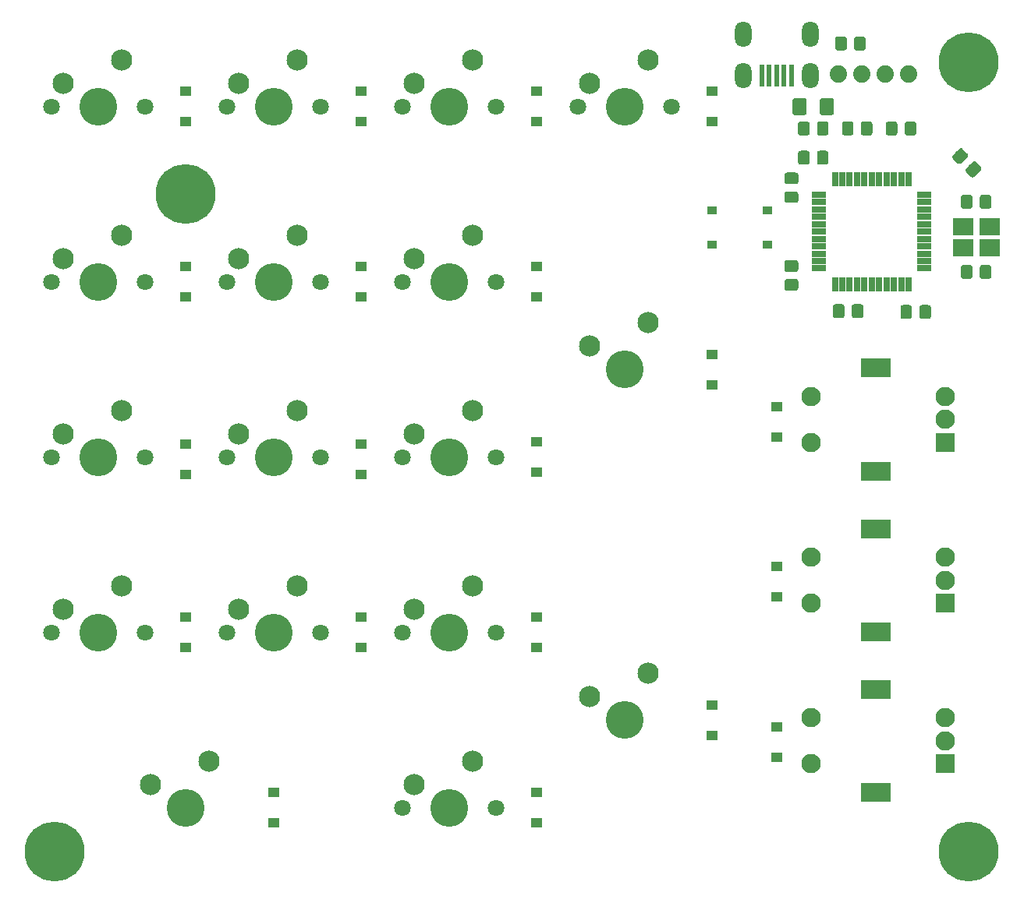
<source format=gbs>
G04 #@! TF.GenerationSoftware,KiCad,Pcbnew,(5.1.4)-1*
G04 #@! TF.CreationDate,2020-08-18T14:14:28-04:00*
G04 #@! TF.ProjectId,my_keyboard,6d795f6b-6579-4626-9f61-72642e6b6963,rev?*
G04 #@! TF.SameCoordinates,Original*
G04 #@! TF.FileFunction,Soldermask,Bot*
G04 #@! TF.FilePolarity,Negative*
%FSLAX46Y46*%
G04 Gerber Fmt 4.6, Leading zero omitted, Abs format (unit mm)*
G04 Created by KiCad (PCBNEW (5.1.4)-1) date 2020-08-18 14:14:28*
%MOMM*%
%LPD*%
G04 APERTURE LIST*
%ADD10C,4.102000*%
%ADD11C,2.302000*%
%ADD12C,0.100000*%
%ADD13C,1.252000*%
%ADD14C,1.880000*%
%ADD15C,1.802000*%
%ADD16C,2.102000*%
%ADD17R,3.302000X2.102000*%
%ADD18R,2.102000X2.102000*%
%ADD19R,1.102000X0.852000*%
%ADD20C,1.527000*%
%ADD21R,0.652000X1.602000*%
%ADD22R,1.602000X0.652000*%
%ADD23R,2.202000X1.902000*%
%ADD24C,0.902000*%
%ADD25C,6.502000*%
%ADD26R,0.602000X2.352000*%
%ADD27O,1.802000X2.802000*%
%ADD28R,1.302000X1.002000*%
G04 APERTURE END LIST*
D10*
X162084000Y-131762000D03*
D11*
X158274000Y-129222000D03*
X164624000Y-126682000D03*
D10*
X162084000Y-93662400D03*
D11*
X158274000Y-91122400D03*
X164624000Y-88582400D03*
D10*
X114458000Y-141287000D03*
D11*
X110648000Y-138747000D03*
X116998000Y-136207000D03*
D12*
G36*
X191443505Y-66719111D02*
G01*
X191469925Y-66723030D01*
X191495835Y-66729520D01*
X191520983Y-66738518D01*
X191545128Y-66749938D01*
X191568038Y-66763669D01*
X191589492Y-66779580D01*
X191609282Y-66797518D01*
X191627220Y-66817308D01*
X191643131Y-66838762D01*
X191656862Y-66861672D01*
X191668282Y-66885817D01*
X191677280Y-66910965D01*
X191683770Y-66936875D01*
X191687689Y-66963295D01*
X191689000Y-66989973D01*
X191689000Y-67947627D01*
X191687689Y-67974305D01*
X191683770Y-68000725D01*
X191677280Y-68026635D01*
X191668282Y-68051783D01*
X191656862Y-68075928D01*
X191643131Y-68098838D01*
X191627220Y-68120292D01*
X191609282Y-68140082D01*
X191589492Y-68158020D01*
X191568038Y-68173931D01*
X191545128Y-68187662D01*
X191520983Y-68199082D01*
X191495835Y-68208080D01*
X191469925Y-68214570D01*
X191443505Y-68218489D01*
X191416827Y-68219800D01*
X190709173Y-68219800D01*
X190682495Y-68218489D01*
X190656075Y-68214570D01*
X190630165Y-68208080D01*
X190605017Y-68199082D01*
X190580872Y-68187662D01*
X190557962Y-68173931D01*
X190536508Y-68158020D01*
X190516718Y-68140082D01*
X190498780Y-68120292D01*
X190482869Y-68098838D01*
X190469138Y-68075928D01*
X190457718Y-68051783D01*
X190448720Y-68026635D01*
X190442230Y-68000725D01*
X190438311Y-67974305D01*
X190437000Y-67947627D01*
X190437000Y-66989973D01*
X190438311Y-66963295D01*
X190442230Y-66936875D01*
X190448720Y-66910965D01*
X190457718Y-66885817D01*
X190469138Y-66861672D01*
X190482869Y-66838762D01*
X190498780Y-66817308D01*
X190516718Y-66797518D01*
X190536508Y-66779580D01*
X190557962Y-66763669D01*
X190580872Y-66749938D01*
X190605017Y-66738518D01*
X190630165Y-66729520D01*
X190656075Y-66723030D01*
X190682495Y-66719111D01*
X190709173Y-66717800D01*
X191416827Y-66717800D01*
X191443505Y-66719111D01*
X191443505Y-66719111D01*
G37*
D13*
X191063000Y-67468800D03*
D12*
G36*
X193493505Y-66719111D02*
G01*
X193519925Y-66723030D01*
X193545835Y-66729520D01*
X193570983Y-66738518D01*
X193595128Y-66749938D01*
X193618038Y-66763669D01*
X193639492Y-66779580D01*
X193659282Y-66797518D01*
X193677220Y-66817308D01*
X193693131Y-66838762D01*
X193706862Y-66861672D01*
X193718282Y-66885817D01*
X193727280Y-66910965D01*
X193733770Y-66936875D01*
X193737689Y-66963295D01*
X193739000Y-66989973D01*
X193739000Y-67947627D01*
X193737689Y-67974305D01*
X193733770Y-68000725D01*
X193727280Y-68026635D01*
X193718282Y-68051783D01*
X193706862Y-68075928D01*
X193693131Y-68098838D01*
X193677220Y-68120292D01*
X193659282Y-68140082D01*
X193639492Y-68158020D01*
X193618038Y-68173931D01*
X193595128Y-68187662D01*
X193570983Y-68199082D01*
X193545835Y-68208080D01*
X193519925Y-68214570D01*
X193493505Y-68218489D01*
X193466827Y-68219800D01*
X192759173Y-68219800D01*
X192732495Y-68218489D01*
X192706075Y-68214570D01*
X192680165Y-68208080D01*
X192655017Y-68199082D01*
X192630872Y-68187662D01*
X192607962Y-68173931D01*
X192586508Y-68158020D01*
X192566718Y-68140082D01*
X192548780Y-68120292D01*
X192532869Y-68098838D01*
X192519138Y-68075928D01*
X192507718Y-68051783D01*
X192498720Y-68026635D01*
X192492230Y-68000725D01*
X192488311Y-67974305D01*
X192487000Y-67947627D01*
X192487000Y-66989973D01*
X192488311Y-66963295D01*
X192492230Y-66936875D01*
X192498720Y-66910965D01*
X192507718Y-66885817D01*
X192519138Y-66861672D01*
X192532869Y-66838762D01*
X192548780Y-66817308D01*
X192566718Y-66797518D01*
X192586508Y-66779580D01*
X192607962Y-66763669D01*
X192630872Y-66749938D01*
X192655017Y-66738518D01*
X192680165Y-66729520D01*
X192706075Y-66723030D01*
X192732495Y-66719111D01*
X192759173Y-66717800D01*
X193466827Y-66717800D01*
X193493505Y-66719111D01*
X193493505Y-66719111D01*
G37*
D13*
X193113000Y-67468800D03*
D14*
X185261000Y-61594900D03*
X187801000Y-61594900D03*
X190341000Y-61594900D03*
X192881000Y-61594900D03*
D15*
X110014000Y-65087400D03*
X99854000Y-65087400D03*
D10*
X104934000Y-65087400D03*
D11*
X101124000Y-62547400D03*
X107474000Y-60007400D03*
X107474000Y-79057400D03*
X101124000Y-81597400D03*
D10*
X104934000Y-84137400D03*
D15*
X99854000Y-84137400D03*
X110014000Y-84137400D03*
X110014000Y-103187400D03*
X99854000Y-103187400D03*
D10*
X104934000Y-103187400D03*
D11*
X101124000Y-100647400D03*
X107474000Y-98107400D03*
X107474000Y-117157000D03*
X101124000Y-119697000D03*
D10*
X104934000Y-122237000D03*
D15*
X99854000Y-122237000D03*
X110014000Y-122237000D03*
D11*
X126524000Y-60007400D03*
X120174000Y-62547400D03*
D10*
X123984000Y-65087400D03*
D15*
X118904000Y-65087400D03*
X129064000Y-65087400D03*
X129064000Y-84137400D03*
X118904000Y-84137400D03*
D10*
X123984000Y-84137400D03*
D11*
X120174000Y-81597400D03*
X126524000Y-79057400D03*
X126524000Y-98107400D03*
X120174000Y-100647400D03*
D10*
X123984000Y-103187400D03*
D15*
X118904000Y-103187400D03*
X129064000Y-103187400D03*
X129064000Y-122237000D03*
X118904000Y-122237000D03*
D10*
X123984000Y-122237000D03*
D11*
X120174000Y-119697000D03*
X126524000Y-117157000D03*
X145574000Y-136207000D03*
X139224000Y-138747000D03*
D10*
X143034000Y-141287000D03*
D15*
X137954000Y-141287000D03*
X148114000Y-141287000D03*
X148114000Y-65087400D03*
X137954000Y-65087400D03*
D10*
X143034000Y-65087400D03*
D11*
X139224000Y-62547400D03*
X145574000Y-60007400D03*
X145574000Y-79057400D03*
X139224000Y-81597400D03*
D10*
X143034000Y-84137400D03*
D15*
X137954000Y-84137400D03*
X148114000Y-84137400D03*
X148114000Y-103187400D03*
X137954000Y-103187400D03*
D10*
X143034000Y-103187400D03*
D11*
X139224000Y-100647400D03*
X145574000Y-98107400D03*
X145574000Y-117157000D03*
X139224000Y-119697000D03*
D10*
X143034000Y-122237000D03*
D15*
X137954000Y-122237000D03*
X148114000Y-122237000D03*
D11*
X164624000Y-60007400D03*
X158274000Y-62547400D03*
D10*
X162084000Y-65087400D03*
D15*
X157004000Y-65087400D03*
X167164000Y-65087400D03*
D16*
X182350000Y-96600000D03*
X182350000Y-101600000D03*
D17*
X189350000Y-93500000D03*
X189350000Y-104700000D03*
D16*
X196850000Y-96600000D03*
X196850000Y-99100000D03*
D18*
X196850000Y-101600000D03*
X196850000Y-136525000D03*
D16*
X196850000Y-134025000D03*
X196850000Y-131525000D03*
D17*
X189350000Y-139625000D03*
X189350000Y-128425000D03*
D16*
X182350000Y-136525000D03*
X182350000Y-131525000D03*
X182350000Y-114062000D03*
X182350000Y-119062000D03*
D17*
X189350000Y-110962000D03*
X189350000Y-122162000D03*
D16*
X196850000Y-114062000D03*
X196850000Y-116562000D03*
D18*
X196850000Y-119062000D03*
D19*
X171600000Y-80079400D03*
X177600000Y-76329400D03*
X177600000Y-80079400D03*
X171600000Y-76329400D03*
D12*
G36*
X195080505Y-86658111D02*
G01*
X195106925Y-86662030D01*
X195132835Y-86668520D01*
X195157983Y-86677518D01*
X195182128Y-86688938D01*
X195205038Y-86702669D01*
X195226492Y-86718580D01*
X195246282Y-86736518D01*
X195264220Y-86756308D01*
X195280131Y-86777762D01*
X195293862Y-86800672D01*
X195305282Y-86824817D01*
X195314280Y-86849965D01*
X195320770Y-86875875D01*
X195324689Y-86902295D01*
X195326000Y-86928973D01*
X195326000Y-87886627D01*
X195324689Y-87913305D01*
X195320770Y-87939725D01*
X195314280Y-87965635D01*
X195305282Y-87990783D01*
X195293862Y-88014928D01*
X195280131Y-88037838D01*
X195264220Y-88059292D01*
X195246282Y-88079082D01*
X195226492Y-88097020D01*
X195205038Y-88112931D01*
X195182128Y-88126662D01*
X195157983Y-88138082D01*
X195132835Y-88147080D01*
X195106925Y-88153570D01*
X195080505Y-88157489D01*
X195053827Y-88158800D01*
X194346173Y-88158800D01*
X194319495Y-88157489D01*
X194293075Y-88153570D01*
X194267165Y-88147080D01*
X194242017Y-88138082D01*
X194217872Y-88126662D01*
X194194962Y-88112931D01*
X194173508Y-88097020D01*
X194153718Y-88079082D01*
X194135780Y-88059292D01*
X194119869Y-88037838D01*
X194106138Y-88014928D01*
X194094718Y-87990783D01*
X194085720Y-87965635D01*
X194079230Y-87939725D01*
X194075311Y-87913305D01*
X194074000Y-87886627D01*
X194074000Y-86928973D01*
X194075311Y-86902295D01*
X194079230Y-86875875D01*
X194085720Y-86849965D01*
X194094718Y-86824817D01*
X194106138Y-86800672D01*
X194119869Y-86777762D01*
X194135780Y-86756308D01*
X194153718Y-86736518D01*
X194173508Y-86718580D01*
X194194962Y-86702669D01*
X194217872Y-86688938D01*
X194242017Y-86677518D01*
X194267165Y-86668520D01*
X194293075Y-86662030D01*
X194319495Y-86658111D01*
X194346173Y-86656800D01*
X195053827Y-86656800D01*
X195080505Y-86658111D01*
X195080505Y-86658111D01*
G37*
D13*
X194700000Y-87407800D03*
D12*
G36*
X193030505Y-86658111D02*
G01*
X193056925Y-86662030D01*
X193082835Y-86668520D01*
X193107983Y-86677518D01*
X193132128Y-86688938D01*
X193155038Y-86702669D01*
X193176492Y-86718580D01*
X193196282Y-86736518D01*
X193214220Y-86756308D01*
X193230131Y-86777762D01*
X193243862Y-86800672D01*
X193255282Y-86824817D01*
X193264280Y-86849965D01*
X193270770Y-86875875D01*
X193274689Y-86902295D01*
X193276000Y-86928973D01*
X193276000Y-87886627D01*
X193274689Y-87913305D01*
X193270770Y-87939725D01*
X193264280Y-87965635D01*
X193255282Y-87990783D01*
X193243862Y-88014928D01*
X193230131Y-88037838D01*
X193214220Y-88059292D01*
X193196282Y-88079082D01*
X193176492Y-88097020D01*
X193155038Y-88112931D01*
X193132128Y-88126662D01*
X193107983Y-88138082D01*
X193082835Y-88147080D01*
X193056925Y-88153570D01*
X193030505Y-88157489D01*
X193003827Y-88158800D01*
X192296173Y-88158800D01*
X192269495Y-88157489D01*
X192243075Y-88153570D01*
X192217165Y-88147080D01*
X192192017Y-88138082D01*
X192167872Y-88126662D01*
X192144962Y-88112931D01*
X192123508Y-88097020D01*
X192103718Y-88079082D01*
X192085780Y-88059292D01*
X192069869Y-88037838D01*
X192056138Y-88014928D01*
X192044718Y-87990783D01*
X192035720Y-87965635D01*
X192029230Y-87939725D01*
X192025311Y-87913305D01*
X192024000Y-87886627D01*
X192024000Y-86928973D01*
X192025311Y-86902295D01*
X192029230Y-86875875D01*
X192035720Y-86849965D01*
X192044718Y-86824817D01*
X192056138Y-86800672D01*
X192069869Y-86777762D01*
X192085780Y-86756308D01*
X192103718Y-86736518D01*
X192123508Y-86718580D01*
X192144962Y-86702669D01*
X192167872Y-86688938D01*
X192192017Y-86677518D01*
X192217165Y-86668520D01*
X192243075Y-86662030D01*
X192269495Y-86658111D01*
X192296173Y-86656800D01*
X193003827Y-86656800D01*
X193030505Y-86658111D01*
X193030505Y-86658111D01*
G37*
D13*
X192650000Y-87407800D03*
D12*
G36*
X180686505Y-81789311D02*
G01*
X180712925Y-81793230D01*
X180738835Y-81799720D01*
X180763983Y-81808718D01*
X180788128Y-81820138D01*
X180811038Y-81833869D01*
X180832492Y-81849780D01*
X180852282Y-81867718D01*
X180870220Y-81887508D01*
X180886131Y-81908962D01*
X180899862Y-81931872D01*
X180911282Y-81956017D01*
X180920280Y-81981165D01*
X180926770Y-82007075D01*
X180930689Y-82033495D01*
X180932000Y-82060173D01*
X180932000Y-82767827D01*
X180930689Y-82794505D01*
X180926770Y-82820925D01*
X180920280Y-82846835D01*
X180911282Y-82871983D01*
X180899862Y-82896128D01*
X180886131Y-82919038D01*
X180870220Y-82940492D01*
X180852282Y-82960282D01*
X180832492Y-82978220D01*
X180811038Y-82994131D01*
X180788128Y-83007862D01*
X180763983Y-83019282D01*
X180738835Y-83028280D01*
X180712925Y-83034770D01*
X180686505Y-83038689D01*
X180659827Y-83040000D01*
X179702173Y-83040000D01*
X179675495Y-83038689D01*
X179649075Y-83034770D01*
X179623165Y-83028280D01*
X179598017Y-83019282D01*
X179573872Y-83007862D01*
X179550962Y-82994131D01*
X179529508Y-82978220D01*
X179509718Y-82960282D01*
X179491780Y-82940492D01*
X179475869Y-82919038D01*
X179462138Y-82896128D01*
X179450718Y-82871983D01*
X179441720Y-82846835D01*
X179435230Y-82820925D01*
X179431311Y-82794505D01*
X179430000Y-82767827D01*
X179430000Y-82060173D01*
X179431311Y-82033495D01*
X179435230Y-82007075D01*
X179441720Y-81981165D01*
X179450718Y-81956017D01*
X179462138Y-81931872D01*
X179475869Y-81908962D01*
X179491780Y-81887508D01*
X179509718Y-81867718D01*
X179529508Y-81849780D01*
X179550962Y-81833869D01*
X179573872Y-81820138D01*
X179598017Y-81808718D01*
X179623165Y-81799720D01*
X179649075Y-81793230D01*
X179675495Y-81789311D01*
X179702173Y-81788000D01*
X180659827Y-81788000D01*
X180686505Y-81789311D01*
X180686505Y-81789311D01*
G37*
D13*
X180181000Y-82414000D03*
D12*
G36*
X180686505Y-83839311D02*
G01*
X180712925Y-83843230D01*
X180738835Y-83849720D01*
X180763983Y-83858718D01*
X180788128Y-83870138D01*
X180811038Y-83883869D01*
X180832492Y-83899780D01*
X180852282Y-83917718D01*
X180870220Y-83937508D01*
X180886131Y-83958962D01*
X180899862Y-83981872D01*
X180911282Y-84006017D01*
X180920280Y-84031165D01*
X180926770Y-84057075D01*
X180930689Y-84083495D01*
X180932000Y-84110173D01*
X180932000Y-84817827D01*
X180930689Y-84844505D01*
X180926770Y-84870925D01*
X180920280Y-84896835D01*
X180911282Y-84921983D01*
X180899862Y-84946128D01*
X180886131Y-84969038D01*
X180870220Y-84990492D01*
X180852282Y-85010282D01*
X180832492Y-85028220D01*
X180811038Y-85044131D01*
X180788128Y-85057862D01*
X180763983Y-85069282D01*
X180738835Y-85078280D01*
X180712925Y-85084770D01*
X180686505Y-85088689D01*
X180659827Y-85090000D01*
X179702173Y-85090000D01*
X179675495Y-85088689D01*
X179649075Y-85084770D01*
X179623165Y-85078280D01*
X179598017Y-85069282D01*
X179573872Y-85057862D01*
X179550962Y-85044131D01*
X179529508Y-85028220D01*
X179509718Y-85010282D01*
X179491780Y-84990492D01*
X179475869Y-84969038D01*
X179462138Y-84946128D01*
X179450718Y-84921983D01*
X179441720Y-84896835D01*
X179435230Y-84870925D01*
X179431311Y-84844505D01*
X179430000Y-84817827D01*
X179430000Y-84110173D01*
X179431311Y-84083495D01*
X179435230Y-84057075D01*
X179441720Y-84031165D01*
X179450718Y-84006017D01*
X179462138Y-83981872D01*
X179475869Y-83958962D01*
X179491780Y-83937508D01*
X179509718Y-83917718D01*
X179529508Y-83899780D01*
X179550962Y-83883869D01*
X179573872Y-83870138D01*
X179598017Y-83858718D01*
X179623165Y-83849720D01*
X179649075Y-83843230D01*
X179675495Y-83839311D01*
X179702173Y-83838000D01*
X180659827Y-83838000D01*
X180686505Y-83839311D01*
X180686505Y-83839311D01*
G37*
D13*
X180181000Y-84464000D03*
D12*
G36*
X180686505Y-72264311D02*
G01*
X180712925Y-72268230D01*
X180738835Y-72274720D01*
X180763983Y-72283718D01*
X180788128Y-72295138D01*
X180811038Y-72308869D01*
X180832492Y-72324780D01*
X180852282Y-72342718D01*
X180870220Y-72362508D01*
X180886131Y-72383962D01*
X180899862Y-72406872D01*
X180911282Y-72431017D01*
X180920280Y-72456165D01*
X180926770Y-72482075D01*
X180930689Y-72508495D01*
X180932000Y-72535173D01*
X180932000Y-73242827D01*
X180930689Y-73269505D01*
X180926770Y-73295925D01*
X180920280Y-73321835D01*
X180911282Y-73346983D01*
X180899862Y-73371128D01*
X180886131Y-73394038D01*
X180870220Y-73415492D01*
X180852282Y-73435282D01*
X180832492Y-73453220D01*
X180811038Y-73469131D01*
X180788128Y-73482862D01*
X180763983Y-73494282D01*
X180738835Y-73503280D01*
X180712925Y-73509770D01*
X180686505Y-73513689D01*
X180659827Y-73515000D01*
X179702173Y-73515000D01*
X179675495Y-73513689D01*
X179649075Y-73509770D01*
X179623165Y-73503280D01*
X179598017Y-73494282D01*
X179573872Y-73482862D01*
X179550962Y-73469131D01*
X179529508Y-73453220D01*
X179509718Y-73435282D01*
X179491780Y-73415492D01*
X179475869Y-73394038D01*
X179462138Y-73371128D01*
X179450718Y-73346983D01*
X179441720Y-73321835D01*
X179435230Y-73295925D01*
X179431311Y-73269505D01*
X179430000Y-73242827D01*
X179430000Y-72535173D01*
X179431311Y-72508495D01*
X179435230Y-72482075D01*
X179441720Y-72456165D01*
X179450718Y-72431017D01*
X179462138Y-72406872D01*
X179475869Y-72383962D01*
X179491780Y-72362508D01*
X179509718Y-72342718D01*
X179529508Y-72324780D01*
X179550962Y-72308869D01*
X179573872Y-72295138D01*
X179598017Y-72283718D01*
X179623165Y-72274720D01*
X179649075Y-72268230D01*
X179675495Y-72264311D01*
X179702173Y-72263000D01*
X180659827Y-72263000D01*
X180686505Y-72264311D01*
X180686505Y-72264311D01*
G37*
D13*
X180181000Y-72889000D03*
D12*
G36*
X180686505Y-74314311D02*
G01*
X180712925Y-74318230D01*
X180738835Y-74324720D01*
X180763983Y-74333718D01*
X180788128Y-74345138D01*
X180811038Y-74358869D01*
X180832492Y-74374780D01*
X180852282Y-74392718D01*
X180870220Y-74412508D01*
X180886131Y-74433962D01*
X180899862Y-74456872D01*
X180911282Y-74481017D01*
X180920280Y-74506165D01*
X180926770Y-74532075D01*
X180930689Y-74558495D01*
X180932000Y-74585173D01*
X180932000Y-75292827D01*
X180930689Y-75319505D01*
X180926770Y-75345925D01*
X180920280Y-75371835D01*
X180911282Y-75396983D01*
X180899862Y-75421128D01*
X180886131Y-75444038D01*
X180870220Y-75465492D01*
X180852282Y-75485282D01*
X180832492Y-75503220D01*
X180811038Y-75519131D01*
X180788128Y-75532862D01*
X180763983Y-75544282D01*
X180738835Y-75553280D01*
X180712925Y-75559770D01*
X180686505Y-75563689D01*
X180659827Y-75565000D01*
X179702173Y-75565000D01*
X179675495Y-75563689D01*
X179649075Y-75559770D01*
X179623165Y-75553280D01*
X179598017Y-75544282D01*
X179573872Y-75532862D01*
X179550962Y-75519131D01*
X179529508Y-75503220D01*
X179509718Y-75485282D01*
X179491780Y-75465492D01*
X179475869Y-75444038D01*
X179462138Y-75421128D01*
X179450718Y-75396983D01*
X179441720Y-75371835D01*
X179435230Y-75345925D01*
X179431311Y-75319505D01*
X179430000Y-75292827D01*
X179430000Y-74585173D01*
X179431311Y-74558495D01*
X179435230Y-74532075D01*
X179441720Y-74506165D01*
X179450718Y-74481017D01*
X179462138Y-74456872D01*
X179475869Y-74433962D01*
X179491780Y-74412508D01*
X179509718Y-74392718D01*
X179529508Y-74374780D01*
X179550962Y-74358869D01*
X179573872Y-74345138D01*
X179598017Y-74333718D01*
X179623165Y-74324720D01*
X179649075Y-74318230D01*
X179675495Y-74314311D01*
X179702173Y-74313000D01*
X180659827Y-74313000D01*
X180686505Y-74314311D01*
X180686505Y-74314311D01*
G37*
D13*
X180181000Y-74939000D03*
D12*
G36*
X199603505Y-82308411D02*
G01*
X199629925Y-82312330D01*
X199655835Y-82318820D01*
X199680983Y-82327818D01*
X199705128Y-82339238D01*
X199728038Y-82352969D01*
X199749492Y-82368880D01*
X199769282Y-82386818D01*
X199787220Y-82406608D01*
X199803131Y-82428062D01*
X199816862Y-82450972D01*
X199828282Y-82475117D01*
X199837280Y-82500265D01*
X199843770Y-82526175D01*
X199847689Y-82552595D01*
X199849000Y-82579273D01*
X199849000Y-83536927D01*
X199847689Y-83563605D01*
X199843770Y-83590025D01*
X199837280Y-83615935D01*
X199828282Y-83641083D01*
X199816862Y-83665228D01*
X199803131Y-83688138D01*
X199787220Y-83709592D01*
X199769282Y-83729382D01*
X199749492Y-83747320D01*
X199728038Y-83763231D01*
X199705128Y-83776962D01*
X199680983Y-83788382D01*
X199655835Y-83797380D01*
X199629925Y-83803870D01*
X199603505Y-83807789D01*
X199576827Y-83809100D01*
X198869173Y-83809100D01*
X198842495Y-83807789D01*
X198816075Y-83803870D01*
X198790165Y-83797380D01*
X198765017Y-83788382D01*
X198740872Y-83776962D01*
X198717962Y-83763231D01*
X198696508Y-83747320D01*
X198676718Y-83729382D01*
X198658780Y-83709592D01*
X198642869Y-83688138D01*
X198629138Y-83665228D01*
X198617718Y-83641083D01*
X198608720Y-83615935D01*
X198602230Y-83590025D01*
X198598311Y-83563605D01*
X198597000Y-83536927D01*
X198597000Y-82579273D01*
X198598311Y-82552595D01*
X198602230Y-82526175D01*
X198608720Y-82500265D01*
X198617718Y-82475117D01*
X198629138Y-82450972D01*
X198642869Y-82428062D01*
X198658780Y-82406608D01*
X198676718Y-82386818D01*
X198696508Y-82368880D01*
X198717962Y-82352969D01*
X198740872Y-82339238D01*
X198765017Y-82327818D01*
X198790165Y-82318820D01*
X198816075Y-82312330D01*
X198842495Y-82308411D01*
X198869173Y-82307100D01*
X199576827Y-82307100D01*
X199603505Y-82308411D01*
X199603505Y-82308411D01*
G37*
D13*
X199223000Y-83058100D03*
D12*
G36*
X201653505Y-82308411D02*
G01*
X201679925Y-82312330D01*
X201705835Y-82318820D01*
X201730983Y-82327818D01*
X201755128Y-82339238D01*
X201778038Y-82352969D01*
X201799492Y-82368880D01*
X201819282Y-82386818D01*
X201837220Y-82406608D01*
X201853131Y-82428062D01*
X201866862Y-82450972D01*
X201878282Y-82475117D01*
X201887280Y-82500265D01*
X201893770Y-82526175D01*
X201897689Y-82552595D01*
X201899000Y-82579273D01*
X201899000Y-83536927D01*
X201897689Y-83563605D01*
X201893770Y-83590025D01*
X201887280Y-83615935D01*
X201878282Y-83641083D01*
X201866862Y-83665228D01*
X201853131Y-83688138D01*
X201837220Y-83709592D01*
X201819282Y-83729382D01*
X201799492Y-83747320D01*
X201778038Y-83763231D01*
X201755128Y-83776962D01*
X201730983Y-83788382D01*
X201705835Y-83797380D01*
X201679925Y-83803870D01*
X201653505Y-83807789D01*
X201626827Y-83809100D01*
X200919173Y-83809100D01*
X200892495Y-83807789D01*
X200866075Y-83803870D01*
X200840165Y-83797380D01*
X200815017Y-83788382D01*
X200790872Y-83776962D01*
X200767962Y-83763231D01*
X200746508Y-83747320D01*
X200726718Y-83729382D01*
X200708780Y-83709592D01*
X200692869Y-83688138D01*
X200679138Y-83665228D01*
X200667718Y-83641083D01*
X200658720Y-83615935D01*
X200652230Y-83590025D01*
X200648311Y-83563605D01*
X200647000Y-83536927D01*
X200647000Y-82579273D01*
X200648311Y-82552595D01*
X200652230Y-82526175D01*
X200658720Y-82500265D01*
X200667718Y-82475117D01*
X200679138Y-82450972D01*
X200692869Y-82428062D01*
X200708780Y-82406608D01*
X200726718Y-82386818D01*
X200746508Y-82368880D01*
X200767962Y-82352969D01*
X200790872Y-82339238D01*
X200815017Y-82327818D01*
X200840165Y-82318820D01*
X200866075Y-82312330D01*
X200892495Y-82308411D01*
X200919173Y-82307100D01*
X201626827Y-82307100D01*
X201653505Y-82308411D01*
X201653505Y-82308411D01*
G37*
D13*
X201273000Y-83058100D03*
D12*
G36*
X199603505Y-74688411D02*
G01*
X199629925Y-74692330D01*
X199655835Y-74698820D01*
X199680983Y-74707818D01*
X199705128Y-74719238D01*
X199728038Y-74732969D01*
X199749492Y-74748880D01*
X199769282Y-74766818D01*
X199787220Y-74786608D01*
X199803131Y-74808062D01*
X199816862Y-74830972D01*
X199828282Y-74855117D01*
X199837280Y-74880265D01*
X199843770Y-74906175D01*
X199847689Y-74932595D01*
X199849000Y-74959273D01*
X199849000Y-75916927D01*
X199847689Y-75943605D01*
X199843770Y-75970025D01*
X199837280Y-75995935D01*
X199828282Y-76021083D01*
X199816862Y-76045228D01*
X199803131Y-76068138D01*
X199787220Y-76089592D01*
X199769282Y-76109382D01*
X199749492Y-76127320D01*
X199728038Y-76143231D01*
X199705128Y-76156962D01*
X199680983Y-76168382D01*
X199655835Y-76177380D01*
X199629925Y-76183870D01*
X199603505Y-76187789D01*
X199576827Y-76189100D01*
X198869173Y-76189100D01*
X198842495Y-76187789D01*
X198816075Y-76183870D01*
X198790165Y-76177380D01*
X198765017Y-76168382D01*
X198740872Y-76156962D01*
X198717962Y-76143231D01*
X198696508Y-76127320D01*
X198676718Y-76109382D01*
X198658780Y-76089592D01*
X198642869Y-76068138D01*
X198629138Y-76045228D01*
X198617718Y-76021083D01*
X198608720Y-75995935D01*
X198602230Y-75970025D01*
X198598311Y-75943605D01*
X198597000Y-75916927D01*
X198597000Y-74959273D01*
X198598311Y-74932595D01*
X198602230Y-74906175D01*
X198608720Y-74880265D01*
X198617718Y-74855117D01*
X198629138Y-74830972D01*
X198642869Y-74808062D01*
X198658780Y-74786608D01*
X198676718Y-74766818D01*
X198696508Y-74748880D01*
X198717962Y-74732969D01*
X198740872Y-74719238D01*
X198765017Y-74707818D01*
X198790165Y-74698820D01*
X198816075Y-74692330D01*
X198842495Y-74688411D01*
X198869173Y-74687100D01*
X199576827Y-74687100D01*
X199603505Y-74688411D01*
X199603505Y-74688411D01*
G37*
D13*
X199223000Y-75438100D03*
D12*
G36*
X201653505Y-74688411D02*
G01*
X201679925Y-74692330D01*
X201705835Y-74698820D01*
X201730983Y-74707818D01*
X201755128Y-74719238D01*
X201778038Y-74732969D01*
X201799492Y-74748880D01*
X201819282Y-74766818D01*
X201837220Y-74786608D01*
X201853131Y-74808062D01*
X201866862Y-74830972D01*
X201878282Y-74855117D01*
X201887280Y-74880265D01*
X201893770Y-74906175D01*
X201897689Y-74932595D01*
X201899000Y-74959273D01*
X201899000Y-75916927D01*
X201897689Y-75943605D01*
X201893770Y-75970025D01*
X201887280Y-75995935D01*
X201878282Y-76021083D01*
X201866862Y-76045228D01*
X201853131Y-76068138D01*
X201837220Y-76089592D01*
X201819282Y-76109382D01*
X201799492Y-76127320D01*
X201778038Y-76143231D01*
X201755128Y-76156962D01*
X201730983Y-76168382D01*
X201705835Y-76177380D01*
X201679925Y-76183870D01*
X201653505Y-76187789D01*
X201626827Y-76189100D01*
X200919173Y-76189100D01*
X200892495Y-76187789D01*
X200866075Y-76183870D01*
X200840165Y-76177380D01*
X200815017Y-76168382D01*
X200790872Y-76156962D01*
X200767962Y-76143231D01*
X200746508Y-76127320D01*
X200726718Y-76109382D01*
X200708780Y-76089592D01*
X200692869Y-76068138D01*
X200679138Y-76045228D01*
X200667718Y-76021083D01*
X200658720Y-75995935D01*
X200652230Y-75970025D01*
X200648311Y-75943605D01*
X200647000Y-75916927D01*
X200647000Y-74959273D01*
X200648311Y-74932595D01*
X200652230Y-74906175D01*
X200658720Y-74880265D01*
X200667718Y-74855117D01*
X200679138Y-74830972D01*
X200692869Y-74808062D01*
X200708780Y-74786608D01*
X200726718Y-74766818D01*
X200746508Y-74748880D01*
X200767962Y-74732969D01*
X200790872Y-74719238D01*
X200815017Y-74707818D01*
X200840165Y-74698820D01*
X200866075Y-74692330D01*
X200892495Y-74688411D01*
X200919173Y-74687100D01*
X201626827Y-74687100D01*
X201653505Y-74688411D01*
X201653505Y-74688411D01*
G37*
D13*
X201273000Y-75438100D03*
D12*
G36*
X186680505Y-66719111D02*
G01*
X186706925Y-66723030D01*
X186732835Y-66729520D01*
X186757983Y-66738518D01*
X186782128Y-66749938D01*
X186805038Y-66763669D01*
X186826492Y-66779580D01*
X186846282Y-66797518D01*
X186864220Y-66817308D01*
X186880131Y-66838762D01*
X186893862Y-66861672D01*
X186905282Y-66885817D01*
X186914280Y-66910965D01*
X186920770Y-66936875D01*
X186924689Y-66963295D01*
X186926000Y-66989973D01*
X186926000Y-67947627D01*
X186924689Y-67974305D01*
X186920770Y-68000725D01*
X186914280Y-68026635D01*
X186905282Y-68051783D01*
X186893862Y-68075928D01*
X186880131Y-68098838D01*
X186864220Y-68120292D01*
X186846282Y-68140082D01*
X186826492Y-68158020D01*
X186805038Y-68173931D01*
X186782128Y-68187662D01*
X186757983Y-68199082D01*
X186732835Y-68208080D01*
X186706925Y-68214570D01*
X186680505Y-68218489D01*
X186653827Y-68219800D01*
X185946173Y-68219800D01*
X185919495Y-68218489D01*
X185893075Y-68214570D01*
X185867165Y-68208080D01*
X185842017Y-68199082D01*
X185817872Y-68187662D01*
X185794962Y-68173931D01*
X185773508Y-68158020D01*
X185753718Y-68140082D01*
X185735780Y-68120292D01*
X185719869Y-68098838D01*
X185706138Y-68075928D01*
X185694718Y-68051783D01*
X185685720Y-68026635D01*
X185679230Y-68000725D01*
X185675311Y-67974305D01*
X185674000Y-67947627D01*
X185674000Y-66989973D01*
X185675311Y-66963295D01*
X185679230Y-66936875D01*
X185685720Y-66910965D01*
X185694718Y-66885817D01*
X185706138Y-66861672D01*
X185719869Y-66838762D01*
X185735780Y-66817308D01*
X185753718Y-66797518D01*
X185773508Y-66779580D01*
X185794962Y-66763669D01*
X185817872Y-66749938D01*
X185842017Y-66738518D01*
X185867165Y-66729520D01*
X185893075Y-66723030D01*
X185919495Y-66719111D01*
X185946173Y-66717800D01*
X186653827Y-66717800D01*
X186680505Y-66719111D01*
X186680505Y-66719111D01*
G37*
D13*
X186300000Y-67468800D03*
D12*
G36*
X188730505Y-66719111D02*
G01*
X188756925Y-66723030D01*
X188782835Y-66729520D01*
X188807983Y-66738518D01*
X188832128Y-66749938D01*
X188855038Y-66763669D01*
X188876492Y-66779580D01*
X188896282Y-66797518D01*
X188914220Y-66817308D01*
X188930131Y-66838762D01*
X188943862Y-66861672D01*
X188955282Y-66885817D01*
X188964280Y-66910965D01*
X188970770Y-66936875D01*
X188974689Y-66963295D01*
X188976000Y-66989973D01*
X188976000Y-67947627D01*
X188974689Y-67974305D01*
X188970770Y-68000725D01*
X188964280Y-68026635D01*
X188955282Y-68051783D01*
X188943862Y-68075928D01*
X188930131Y-68098838D01*
X188914220Y-68120292D01*
X188896282Y-68140082D01*
X188876492Y-68158020D01*
X188855038Y-68173931D01*
X188832128Y-68187662D01*
X188807983Y-68199082D01*
X188782835Y-68208080D01*
X188756925Y-68214570D01*
X188730505Y-68218489D01*
X188703827Y-68219800D01*
X187996173Y-68219800D01*
X187969495Y-68218489D01*
X187943075Y-68214570D01*
X187917165Y-68208080D01*
X187892017Y-68199082D01*
X187867872Y-68187662D01*
X187844962Y-68173931D01*
X187823508Y-68158020D01*
X187803718Y-68140082D01*
X187785780Y-68120292D01*
X187769869Y-68098838D01*
X187756138Y-68075928D01*
X187744718Y-68051783D01*
X187735720Y-68026635D01*
X187729230Y-68000725D01*
X187725311Y-67974305D01*
X187724000Y-67947627D01*
X187724000Y-66989973D01*
X187725311Y-66963295D01*
X187729230Y-66936875D01*
X187735720Y-66910965D01*
X187744718Y-66885817D01*
X187756138Y-66861672D01*
X187769869Y-66838762D01*
X187785780Y-66817308D01*
X187803718Y-66797518D01*
X187823508Y-66779580D01*
X187844962Y-66763669D01*
X187867872Y-66749938D01*
X187892017Y-66738518D01*
X187917165Y-66729520D01*
X187943075Y-66723030D01*
X187969495Y-66719111D01*
X187996173Y-66717800D01*
X188703827Y-66717800D01*
X188730505Y-66719111D01*
X188730505Y-66719111D01*
G37*
D13*
X188350000Y-67468800D03*
D12*
G36*
X187999505Y-57479711D02*
G01*
X188025925Y-57483630D01*
X188051835Y-57490120D01*
X188076983Y-57499118D01*
X188101128Y-57510538D01*
X188124038Y-57524269D01*
X188145492Y-57540180D01*
X188165282Y-57558118D01*
X188183220Y-57577908D01*
X188199131Y-57599362D01*
X188212862Y-57622272D01*
X188224282Y-57646417D01*
X188233280Y-57671565D01*
X188239770Y-57697475D01*
X188243689Y-57723895D01*
X188245000Y-57750573D01*
X188245000Y-58708227D01*
X188243689Y-58734905D01*
X188239770Y-58761325D01*
X188233280Y-58787235D01*
X188224282Y-58812383D01*
X188212862Y-58836528D01*
X188199131Y-58859438D01*
X188183220Y-58880892D01*
X188165282Y-58900682D01*
X188145492Y-58918620D01*
X188124038Y-58934531D01*
X188101128Y-58948262D01*
X188076983Y-58959682D01*
X188051835Y-58968680D01*
X188025925Y-58975170D01*
X187999505Y-58979089D01*
X187972827Y-58980400D01*
X187265173Y-58980400D01*
X187238495Y-58979089D01*
X187212075Y-58975170D01*
X187186165Y-58968680D01*
X187161017Y-58959682D01*
X187136872Y-58948262D01*
X187113962Y-58934531D01*
X187092508Y-58918620D01*
X187072718Y-58900682D01*
X187054780Y-58880892D01*
X187038869Y-58859438D01*
X187025138Y-58836528D01*
X187013718Y-58812383D01*
X187004720Y-58787235D01*
X186998230Y-58761325D01*
X186994311Y-58734905D01*
X186993000Y-58708227D01*
X186993000Y-57750573D01*
X186994311Y-57723895D01*
X186998230Y-57697475D01*
X187004720Y-57671565D01*
X187013718Y-57646417D01*
X187025138Y-57622272D01*
X187038869Y-57599362D01*
X187054780Y-57577908D01*
X187072718Y-57558118D01*
X187092508Y-57540180D01*
X187113962Y-57524269D01*
X187136872Y-57510538D01*
X187161017Y-57499118D01*
X187186165Y-57490120D01*
X187212075Y-57483630D01*
X187238495Y-57479711D01*
X187265173Y-57478400D01*
X187972827Y-57478400D01*
X187999505Y-57479711D01*
X187999505Y-57479711D01*
G37*
D13*
X187619000Y-58229400D03*
D12*
G36*
X185949505Y-57479711D02*
G01*
X185975925Y-57483630D01*
X186001835Y-57490120D01*
X186026983Y-57499118D01*
X186051128Y-57510538D01*
X186074038Y-57524269D01*
X186095492Y-57540180D01*
X186115282Y-57558118D01*
X186133220Y-57577908D01*
X186149131Y-57599362D01*
X186162862Y-57622272D01*
X186174282Y-57646417D01*
X186183280Y-57671565D01*
X186189770Y-57697475D01*
X186193689Y-57723895D01*
X186195000Y-57750573D01*
X186195000Y-58708227D01*
X186193689Y-58734905D01*
X186189770Y-58761325D01*
X186183280Y-58787235D01*
X186174282Y-58812383D01*
X186162862Y-58836528D01*
X186149131Y-58859438D01*
X186133220Y-58880892D01*
X186115282Y-58900682D01*
X186095492Y-58918620D01*
X186074038Y-58934531D01*
X186051128Y-58948262D01*
X186026983Y-58959682D01*
X186001835Y-58968680D01*
X185975925Y-58975170D01*
X185949505Y-58979089D01*
X185922827Y-58980400D01*
X185215173Y-58980400D01*
X185188495Y-58979089D01*
X185162075Y-58975170D01*
X185136165Y-58968680D01*
X185111017Y-58959682D01*
X185086872Y-58948262D01*
X185063962Y-58934531D01*
X185042508Y-58918620D01*
X185022718Y-58900682D01*
X185004780Y-58880892D01*
X184988869Y-58859438D01*
X184975138Y-58836528D01*
X184963718Y-58812383D01*
X184954720Y-58787235D01*
X184948230Y-58761325D01*
X184944311Y-58734905D01*
X184943000Y-58708227D01*
X184943000Y-57750573D01*
X184944311Y-57723895D01*
X184948230Y-57697475D01*
X184954720Y-57671565D01*
X184963718Y-57646417D01*
X184975138Y-57622272D01*
X184988869Y-57599362D01*
X185004780Y-57577908D01*
X185022718Y-57558118D01*
X185042508Y-57540180D01*
X185063962Y-57524269D01*
X185086872Y-57510538D01*
X185111017Y-57499118D01*
X185136165Y-57490120D01*
X185162075Y-57483630D01*
X185188495Y-57479711D01*
X185215173Y-57478400D01*
X185922827Y-57478400D01*
X185949505Y-57479711D01*
X185949505Y-57479711D01*
G37*
D13*
X185569000Y-58229400D03*
D12*
G36*
X184571363Y-64162790D02*
G01*
X184597369Y-64166648D01*
X184622871Y-64173035D01*
X184647624Y-64181892D01*
X184671390Y-64193133D01*
X184693939Y-64206648D01*
X184715056Y-64222309D01*
X184734535Y-64239965D01*
X184752191Y-64259444D01*
X184767852Y-64280561D01*
X184781367Y-64303110D01*
X184792608Y-64326876D01*
X184801465Y-64351629D01*
X184807852Y-64377131D01*
X184811710Y-64403137D01*
X184813000Y-64429395D01*
X184813000Y-65745605D01*
X184811710Y-65771863D01*
X184807852Y-65797869D01*
X184801465Y-65823371D01*
X184792608Y-65848124D01*
X184781367Y-65871890D01*
X184767852Y-65894439D01*
X184752191Y-65915556D01*
X184734535Y-65935035D01*
X184715056Y-65952691D01*
X184693939Y-65968352D01*
X184671390Y-65981867D01*
X184647624Y-65993108D01*
X184622871Y-66001965D01*
X184597369Y-66008352D01*
X184571363Y-66012210D01*
X184545105Y-66013500D01*
X183553895Y-66013500D01*
X183527637Y-66012210D01*
X183501631Y-66008352D01*
X183476129Y-66001965D01*
X183451376Y-65993108D01*
X183427610Y-65981867D01*
X183405061Y-65968352D01*
X183383944Y-65952691D01*
X183364465Y-65935035D01*
X183346809Y-65915556D01*
X183331148Y-65894439D01*
X183317633Y-65871890D01*
X183306392Y-65848124D01*
X183297535Y-65823371D01*
X183291148Y-65797869D01*
X183287290Y-65771863D01*
X183286000Y-65745605D01*
X183286000Y-64429395D01*
X183287290Y-64403137D01*
X183291148Y-64377131D01*
X183297535Y-64351629D01*
X183306392Y-64326876D01*
X183317633Y-64303110D01*
X183331148Y-64280561D01*
X183346809Y-64259444D01*
X183364465Y-64239965D01*
X183383944Y-64222309D01*
X183405061Y-64206648D01*
X183427610Y-64193133D01*
X183451376Y-64181892D01*
X183476129Y-64173035D01*
X183501631Y-64166648D01*
X183527637Y-64162790D01*
X183553895Y-64161500D01*
X184545105Y-64161500D01*
X184571363Y-64162790D01*
X184571363Y-64162790D01*
G37*
D20*
X184049500Y-65087500D03*
D12*
G36*
X181596363Y-64162790D02*
G01*
X181622369Y-64166648D01*
X181647871Y-64173035D01*
X181672624Y-64181892D01*
X181696390Y-64193133D01*
X181718939Y-64206648D01*
X181740056Y-64222309D01*
X181759535Y-64239965D01*
X181777191Y-64259444D01*
X181792852Y-64280561D01*
X181806367Y-64303110D01*
X181817608Y-64326876D01*
X181826465Y-64351629D01*
X181832852Y-64377131D01*
X181836710Y-64403137D01*
X181838000Y-64429395D01*
X181838000Y-65745605D01*
X181836710Y-65771863D01*
X181832852Y-65797869D01*
X181826465Y-65823371D01*
X181817608Y-65848124D01*
X181806367Y-65871890D01*
X181792852Y-65894439D01*
X181777191Y-65915556D01*
X181759535Y-65935035D01*
X181740056Y-65952691D01*
X181718939Y-65968352D01*
X181696390Y-65981867D01*
X181672624Y-65993108D01*
X181647871Y-66001965D01*
X181622369Y-66008352D01*
X181596363Y-66012210D01*
X181570105Y-66013500D01*
X180578895Y-66013500D01*
X180552637Y-66012210D01*
X180526631Y-66008352D01*
X180501129Y-66001965D01*
X180476376Y-65993108D01*
X180452610Y-65981867D01*
X180430061Y-65968352D01*
X180408944Y-65952691D01*
X180389465Y-65935035D01*
X180371809Y-65915556D01*
X180356148Y-65894439D01*
X180342633Y-65871890D01*
X180331392Y-65848124D01*
X180322535Y-65823371D01*
X180316148Y-65797869D01*
X180312290Y-65771863D01*
X180311000Y-65745605D01*
X180311000Y-64429395D01*
X180312290Y-64403137D01*
X180316148Y-64377131D01*
X180322535Y-64351629D01*
X180331392Y-64326876D01*
X180342633Y-64303110D01*
X180356148Y-64280561D01*
X180371809Y-64259444D01*
X180389465Y-64239965D01*
X180408944Y-64222309D01*
X180430061Y-64206648D01*
X180452610Y-64193133D01*
X180476376Y-64181892D01*
X180501129Y-64173035D01*
X180526631Y-64166648D01*
X180552637Y-64162790D01*
X180578895Y-64161500D01*
X181570105Y-64161500D01*
X181596363Y-64162790D01*
X181596363Y-64162790D01*
G37*
D20*
X181074500Y-65087500D03*
D12*
G36*
X183967505Y-69894111D02*
G01*
X183993925Y-69898030D01*
X184019835Y-69904520D01*
X184044983Y-69913518D01*
X184069128Y-69924938D01*
X184092038Y-69938669D01*
X184113492Y-69954580D01*
X184133282Y-69972518D01*
X184151220Y-69992308D01*
X184167131Y-70013762D01*
X184180862Y-70036672D01*
X184192282Y-70060817D01*
X184201280Y-70085965D01*
X184207770Y-70111875D01*
X184211689Y-70138295D01*
X184213000Y-70164973D01*
X184213000Y-71122627D01*
X184211689Y-71149305D01*
X184207770Y-71175725D01*
X184201280Y-71201635D01*
X184192282Y-71226783D01*
X184180862Y-71250928D01*
X184167131Y-71273838D01*
X184151220Y-71295292D01*
X184133282Y-71315082D01*
X184113492Y-71333020D01*
X184092038Y-71348931D01*
X184069128Y-71362662D01*
X184044983Y-71374082D01*
X184019835Y-71383080D01*
X183993925Y-71389570D01*
X183967505Y-71393489D01*
X183940827Y-71394800D01*
X183233173Y-71394800D01*
X183206495Y-71393489D01*
X183180075Y-71389570D01*
X183154165Y-71383080D01*
X183129017Y-71374082D01*
X183104872Y-71362662D01*
X183081962Y-71348931D01*
X183060508Y-71333020D01*
X183040718Y-71315082D01*
X183022780Y-71295292D01*
X183006869Y-71273838D01*
X182993138Y-71250928D01*
X182981718Y-71226783D01*
X182972720Y-71201635D01*
X182966230Y-71175725D01*
X182962311Y-71149305D01*
X182961000Y-71122627D01*
X182961000Y-70164973D01*
X182962311Y-70138295D01*
X182966230Y-70111875D01*
X182972720Y-70085965D01*
X182981718Y-70060817D01*
X182993138Y-70036672D01*
X183006869Y-70013762D01*
X183022780Y-69992308D01*
X183040718Y-69972518D01*
X183060508Y-69954580D01*
X183081962Y-69938669D01*
X183104872Y-69924938D01*
X183129017Y-69913518D01*
X183154165Y-69904520D01*
X183180075Y-69898030D01*
X183206495Y-69894111D01*
X183233173Y-69892800D01*
X183940827Y-69892800D01*
X183967505Y-69894111D01*
X183967505Y-69894111D01*
G37*
D13*
X183587000Y-70643800D03*
D12*
G36*
X181917505Y-69894111D02*
G01*
X181943925Y-69898030D01*
X181969835Y-69904520D01*
X181994983Y-69913518D01*
X182019128Y-69924938D01*
X182042038Y-69938669D01*
X182063492Y-69954580D01*
X182083282Y-69972518D01*
X182101220Y-69992308D01*
X182117131Y-70013762D01*
X182130862Y-70036672D01*
X182142282Y-70060817D01*
X182151280Y-70085965D01*
X182157770Y-70111875D01*
X182161689Y-70138295D01*
X182163000Y-70164973D01*
X182163000Y-71122627D01*
X182161689Y-71149305D01*
X182157770Y-71175725D01*
X182151280Y-71201635D01*
X182142282Y-71226783D01*
X182130862Y-71250928D01*
X182117131Y-71273838D01*
X182101220Y-71295292D01*
X182083282Y-71315082D01*
X182063492Y-71333020D01*
X182042038Y-71348931D01*
X182019128Y-71362662D01*
X181994983Y-71374082D01*
X181969835Y-71383080D01*
X181943925Y-71389570D01*
X181917505Y-71393489D01*
X181890827Y-71394800D01*
X181183173Y-71394800D01*
X181156495Y-71393489D01*
X181130075Y-71389570D01*
X181104165Y-71383080D01*
X181079017Y-71374082D01*
X181054872Y-71362662D01*
X181031962Y-71348931D01*
X181010508Y-71333020D01*
X180990718Y-71315082D01*
X180972780Y-71295292D01*
X180956869Y-71273838D01*
X180943138Y-71250928D01*
X180931718Y-71226783D01*
X180922720Y-71201635D01*
X180916230Y-71175725D01*
X180912311Y-71149305D01*
X180911000Y-71122627D01*
X180911000Y-70164973D01*
X180912311Y-70138295D01*
X180916230Y-70111875D01*
X180922720Y-70085965D01*
X180931718Y-70060817D01*
X180943138Y-70036672D01*
X180956869Y-70013762D01*
X180972780Y-69992308D01*
X180990718Y-69972518D01*
X181010508Y-69954580D01*
X181031962Y-69938669D01*
X181054872Y-69924938D01*
X181079017Y-69913518D01*
X181104165Y-69904520D01*
X181130075Y-69898030D01*
X181156495Y-69894111D01*
X181183173Y-69892800D01*
X181890827Y-69892800D01*
X181917505Y-69894111D01*
X181917505Y-69894111D01*
G37*
D13*
X181537000Y-70643800D03*
D12*
G36*
X181917505Y-66719111D02*
G01*
X181943925Y-66723030D01*
X181969835Y-66729520D01*
X181994983Y-66738518D01*
X182019128Y-66749938D01*
X182042038Y-66763669D01*
X182063492Y-66779580D01*
X182083282Y-66797518D01*
X182101220Y-66817308D01*
X182117131Y-66838762D01*
X182130862Y-66861672D01*
X182142282Y-66885817D01*
X182151280Y-66910965D01*
X182157770Y-66936875D01*
X182161689Y-66963295D01*
X182163000Y-66989973D01*
X182163000Y-67947627D01*
X182161689Y-67974305D01*
X182157770Y-68000725D01*
X182151280Y-68026635D01*
X182142282Y-68051783D01*
X182130862Y-68075928D01*
X182117131Y-68098838D01*
X182101220Y-68120292D01*
X182083282Y-68140082D01*
X182063492Y-68158020D01*
X182042038Y-68173931D01*
X182019128Y-68187662D01*
X181994983Y-68199082D01*
X181969835Y-68208080D01*
X181943925Y-68214570D01*
X181917505Y-68218489D01*
X181890827Y-68219800D01*
X181183173Y-68219800D01*
X181156495Y-68218489D01*
X181130075Y-68214570D01*
X181104165Y-68208080D01*
X181079017Y-68199082D01*
X181054872Y-68187662D01*
X181031962Y-68173931D01*
X181010508Y-68158020D01*
X180990718Y-68140082D01*
X180972780Y-68120292D01*
X180956869Y-68098838D01*
X180943138Y-68075928D01*
X180931718Y-68051783D01*
X180922720Y-68026635D01*
X180916230Y-68000725D01*
X180912311Y-67974305D01*
X180911000Y-67947627D01*
X180911000Y-66989973D01*
X180912311Y-66963295D01*
X180916230Y-66936875D01*
X180922720Y-66910965D01*
X180931718Y-66885817D01*
X180943138Y-66861672D01*
X180956869Y-66838762D01*
X180972780Y-66817308D01*
X180990718Y-66797518D01*
X181010508Y-66779580D01*
X181031962Y-66763669D01*
X181054872Y-66749938D01*
X181079017Y-66738518D01*
X181104165Y-66729520D01*
X181130075Y-66723030D01*
X181156495Y-66719111D01*
X181183173Y-66717800D01*
X181890827Y-66717800D01*
X181917505Y-66719111D01*
X181917505Y-66719111D01*
G37*
D13*
X181537000Y-67468800D03*
D12*
G36*
X183967505Y-66719111D02*
G01*
X183993925Y-66723030D01*
X184019835Y-66729520D01*
X184044983Y-66738518D01*
X184069128Y-66749938D01*
X184092038Y-66763669D01*
X184113492Y-66779580D01*
X184133282Y-66797518D01*
X184151220Y-66817308D01*
X184167131Y-66838762D01*
X184180862Y-66861672D01*
X184192282Y-66885817D01*
X184201280Y-66910965D01*
X184207770Y-66936875D01*
X184211689Y-66963295D01*
X184213000Y-66989973D01*
X184213000Y-67947627D01*
X184211689Y-67974305D01*
X184207770Y-68000725D01*
X184201280Y-68026635D01*
X184192282Y-68051783D01*
X184180862Y-68075928D01*
X184167131Y-68098838D01*
X184151220Y-68120292D01*
X184133282Y-68140082D01*
X184113492Y-68158020D01*
X184092038Y-68173931D01*
X184069128Y-68187662D01*
X184044983Y-68199082D01*
X184019835Y-68208080D01*
X183993925Y-68214570D01*
X183967505Y-68218489D01*
X183940827Y-68219800D01*
X183233173Y-68219800D01*
X183206495Y-68218489D01*
X183180075Y-68214570D01*
X183154165Y-68208080D01*
X183129017Y-68199082D01*
X183104872Y-68187662D01*
X183081962Y-68173931D01*
X183060508Y-68158020D01*
X183040718Y-68140082D01*
X183022780Y-68120292D01*
X183006869Y-68098838D01*
X182993138Y-68075928D01*
X182981718Y-68051783D01*
X182972720Y-68026635D01*
X182966230Y-68000725D01*
X182962311Y-67974305D01*
X182961000Y-67947627D01*
X182961000Y-66989973D01*
X182962311Y-66963295D01*
X182966230Y-66936875D01*
X182972720Y-66910965D01*
X182981718Y-66885817D01*
X182993138Y-66861672D01*
X183006869Y-66838762D01*
X183022780Y-66817308D01*
X183040718Y-66797518D01*
X183060508Y-66779580D01*
X183081962Y-66763669D01*
X183104872Y-66749938D01*
X183129017Y-66738518D01*
X183154165Y-66729520D01*
X183180075Y-66723030D01*
X183206495Y-66719111D01*
X183233173Y-66717800D01*
X183940827Y-66717800D01*
X183967505Y-66719111D01*
X183967505Y-66719111D01*
G37*
D13*
X183587000Y-67468800D03*
D12*
G36*
X200070850Y-71057547D02*
G01*
X200097270Y-71061466D01*
X200123180Y-71067956D01*
X200148328Y-71076954D01*
X200172473Y-71088374D01*
X200195383Y-71102105D01*
X200216837Y-71118016D01*
X200236627Y-71135954D01*
X200737014Y-71636341D01*
X200754952Y-71656131D01*
X200770863Y-71677585D01*
X200784594Y-71700495D01*
X200796014Y-71724640D01*
X200805012Y-71749788D01*
X200811502Y-71775698D01*
X200815421Y-71802118D01*
X200816732Y-71828796D01*
X200815421Y-71855474D01*
X200811502Y-71881894D01*
X200805012Y-71907804D01*
X200796014Y-71932952D01*
X200784594Y-71957097D01*
X200770863Y-71980007D01*
X200754952Y-72001461D01*
X200737014Y-72021251D01*
X200059851Y-72698414D01*
X200040061Y-72716352D01*
X200018607Y-72732263D01*
X199995697Y-72745994D01*
X199971552Y-72757414D01*
X199946404Y-72766412D01*
X199920494Y-72772902D01*
X199894074Y-72776821D01*
X199867396Y-72778132D01*
X199840718Y-72776821D01*
X199814298Y-72772902D01*
X199788388Y-72766412D01*
X199763240Y-72757414D01*
X199739095Y-72745994D01*
X199716185Y-72732263D01*
X199694731Y-72716352D01*
X199674941Y-72698414D01*
X199174554Y-72198027D01*
X199156616Y-72178237D01*
X199140705Y-72156783D01*
X199126974Y-72133873D01*
X199115554Y-72109728D01*
X199106556Y-72084580D01*
X199100066Y-72058670D01*
X199096147Y-72032250D01*
X199094836Y-72005572D01*
X199096147Y-71978894D01*
X199100066Y-71952474D01*
X199106556Y-71926564D01*
X199115554Y-71901416D01*
X199126974Y-71877271D01*
X199140705Y-71854361D01*
X199156616Y-71832907D01*
X199174554Y-71813117D01*
X199851717Y-71135954D01*
X199871507Y-71118016D01*
X199892961Y-71102105D01*
X199915871Y-71088374D01*
X199940016Y-71076954D01*
X199965164Y-71067956D01*
X199991074Y-71061466D01*
X200017494Y-71057547D01*
X200044172Y-71056236D01*
X200070850Y-71057547D01*
X200070850Y-71057547D01*
G37*
D13*
X199955784Y-71917184D03*
D12*
G36*
X198621282Y-69607979D02*
G01*
X198647702Y-69611898D01*
X198673612Y-69618388D01*
X198698760Y-69627386D01*
X198722905Y-69638806D01*
X198745815Y-69652537D01*
X198767269Y-69668448D01*
X198787059Y-69686386D01*
X199287446Y-70186773D01*
X199305384Y-70206563D01*
X199321295Y-70228017D01*
X199335026Y-70250927D01*
X199346446Y-70275072D01*
X199355444Y-70300220D01*
X199361934Y-70326130D01*
X199365853Y-70352550D01*
X199367164Y-70379228D01*
X199365853Y-70405906D01*
X199361934Y-70432326D01*
X199355444Y-70458236D01*
X199346446Y-70483384D01*
X199335026Y-70507529D01*
X199321295Y-70530439D01*
X199305384Y-70551893D01*
X199287446Y-70571683D01*
X198610283Y-71248846D01*
X198590493Y-71266784D01*
X198569039Y-71282695D01*
X198546129Y-71296426D01*
X198521984Y-71307846D01*
X198496836Y-71316844D01*
X198470926Y-71323334D01*
X198444506Y-71327253D01*
X198417828Y-71328564D01*
X198391150Y-71327253D01*
X198364730Y-71323334D01*
X198338820Y-71316844D01*
X198313672Y-71307846D01*
X198289527Y-71296426D01*
X198266617Y-71282695D01*
X198245163Y-71266784D01*
X198225373Y-71248846D01*
X197724986Y-70748459D01*
X197707048Y-70728669D01*
X197691137Y-70707215D01*
X197677406Y-70684305D01*
X197665986Y-70660160D01*
X197656988Y-70635012D01*
X197650498Y-70609102D01*
X197646579Y-70582682D01*
X197645268Y-70556004D01*
X197646579Y-70529326D01*
X197650498Y-70502906D01*
X197656988Y-70476996D01*
X197665986Y-70451848D01*
X197677406Y-70427703D01*
X197691137Y-70404793D01*
X197707048Y-70383339D01*
X197724986Y-70363549D01*
X198402149Y-69686386D01*
X198421939Y-69668448D01*
X198443393Y-69652537D01*
X198466303Y-69638806D01*
X198490448Y-69627386D01*
X198515596Y-69618388D01*
X198541506Y-69611898D01*
X198567926Y-69607979D01*
X198594604Y-69606668D01*
X198621282Y-69607979D01*
X198621282Y-69607979D01*
G37*
D13*
X198506216Y-70467616D03*
D12*
G36*
X185695505Y-86562711D02*
G01*
X185721925Y-86566630D01*
X185747835Y-86573120D01*
X185772983Y-86582118D01*
X185797128Y-86593538D01*
X185820038Y-86607269D01*
X185841492Y-86623180D01*
X185861282Y-86641118D01*
X185879220Y-86660908D01*
X185895131Y-86682362D01*
X185908862Y-86705272D01*
X185920282Y-86729417D01*
X185929280Y-86754565D01*
X185935770Y-86780475D01*
X185939689Y-86806895D01*
X185941000Y-86833573D01*
X185941000Y-87791227D01*
X185939689Y-87817905D01*
X185935770Y-87844325D01*
X185929280Y-87870235D01*
X185920282Y-87895383D01*
X185908862Y-87919528D01*
X185895131Y-87942438D01*
X185879220Y-87963892D01*
X185861282Y-87983682D01*
X185841492Y-88001620D01*
X185820038Y-88017531D01*
X185797128Y-88031262D01*
X185772983Y-88042682D01*
X185747835Y-88051680D01*
X185721925Y-88058170D01*
X185695505Y-88062089D01*
X185668827Y-88063400D01*
X184961173Y-88063400D01*
X184934495Y-88062089D01*
X184908075Y-88058170D01*
X184882165Y-88051680D01*
X184857017Y-88042682D01*
X184832872Y-88031262D01*
X184809962Y-88017531D01*
X184788508Y-88001620D01*
X184768718Y-87983682D01*
X184750780Y-87963892D01*
X184734869Y-87942438D01*
X184721138Y-87919528D01*
X184709718Y-87895383D01*
X184700720Y-87870235D01*
X184694230Y-87844325D01*
X184690311Y-87817905D01*
X184689000Y-87791227D01*
X184689000Y-86833573D01*
X184690311Y-86806895D01*
X184694230Y-86780475D01*
X184700720Y-86754565D01*
X184709718Y-86729417D01*
X184721138Y-86705272D01*
X184734869Y-86682362D01*
X184750780Y-86660908D01*
X184768718Y-86641118D01*
X184788508Y-86623180D01*
X184809962Y-86607269D01*
X184832872Y-86593538D01*
X184857017Y-86582118D01*
X184882165Y-86573120D01*
X184908075Y-86566630D01*
X184934495Y-86562711D01*
X184961173Y-86561400D01*
X185668827Y-86561400D01*
X185695505Y-86562711D01*
X185695505Y-86562711D01*
G37*
D13*
X185315000Y-87312400D03*
D12*
G36*
X187745505Y-86562711D02*
G01*
X187771925Y-86566630D01*
X187797835Y-86573120D01*
X187822983Y-86582118D01*
X187847128Y-86593538D01*
X187870038Y-86607269D01*
X187891492Y-86623180D01*
X187911282Y-86641118D01*
X187929220Y-86660908D01*
X187945131Y-86682362D01*
X187958862Y-86705272D01*
X187970282Y-86729417D01*
X187979280Y-86754565D01*
X187985770Y-86780475D01*
X187989689Y-86806895D01*
X187991000Y-86833573D01*
X187991000Y-87791227D01*
X187989689Y-87817905D01*
X187985770Y-87844325D01*
X187979280Y-87870235D01*
X187970282Y-87895383D01*
X187958862Y-87919528D01*
X187945131Y-87942438D01*
X187929220Y-87963892D01*
X187911282Y-87983682D01*
X187891492Y-88001620D01*
X187870038Y-88017531D01*
X187847128Y-88031262D01*
X187822983Y-88042682D01*
X187797835Y-88051680D01*
X187771925Y-88058170D01*
X187745505Y-88062089D01*
X187718827Y-88063400D01*
X187011173Y-88063400D01*
X186984495Y-88062089D01*
X186958075Y-88058170D01*
X186932165Y-88051680D01*
X186907017Y-88042682D01*
X186882872Y-88031262D01*
X186859962Y-88017531D01*
X186838508Y-88001620D01*
X186818718Y-87983682D01*
X186800780Y-87963892D01*
X186784869Y-87942438D01*
X186771138Y-87919528D01*
X186759718Y-87895383D01*
X186750720Y-87870235D01*
X186744230Y-87844325D01*
X186740311Y-87817905D01*
X186739000Y-87791227D01*
X186739000Y-86833573D01*
X186740311Y-86806895D01*
X186744230Y-86780475D01*
X186750720Y-86754565D01*
X186759718Y-86729417D01*
X186771138Y-86705272D01*
X186784869Y-86682362D01*
X186800780Y-86660908D01*
X186818718Y-86641118D01*
X186838508Y-86623180D01*
X186859962Y-86607269D01*
X186882872Y-86593538D01*
X186907017Y-86582118D01*
X186932165Y-86573120D01*
X186958075Y-86566630D01*
X186984495Y-86562711D01*
X187011173Y-86561400D01*
X187718827Y-86561400D01*
X187745505Y-86562711D01*
X187745505Y-86562711D01*
G37*
D13*
X187365000Y-87312400D03*
D21*
X184912000Y-72976500D03*
X185712000Y-72976500D03*
X186512000Y-72976500D03*
X187312000Y-72976500D03*
X188112000Y-72976500D03*
X188912000Y-72976500D03*
X189712000Y-72976500D03*
X190512000Y-72976500D03*
X191312000Y-72976500D03*
X192112000Y-72976500D03*
X192912000Y-72976500D03*
D22*
X194612000Y-74676500D03*
X194612000Y-75476500D03*
X194612000Y-76276500D03*
X194612000Y-77076500D03*
X194612000Y-77876500D03*
X194612000Y-78676500D03*
X194612000Y-79476500D03*
X194612000Y-80276500D03*
X194612000Y-81076500D03*
X194612000Y-81876500D03*
X194612000Y-82676500D03*
D21*
X192912000Y-84376500D03*
X192112000Y-84376500D03*
X191312000Y-84376500D03*
X190512000Y-84376500D03*
X189712000Y-84376500D03*
X188912000Y-84376500D03*
X188112000Y-84376500D03*
X187312000Y-84376500D03*
X186512000Y-84376500D03*
X185712000Y-84376500D03*
X184912000Y-84376500D03*
D22*
X183212000Y-82676500D03*
X183212000Y-81876500D03*
X183212000Y-81076500D03*
X183212000Y-80276500D03*
X183212000Y-79476500D03*
X183212000Y-78676500D03*
X183212000Y-77876500D03*
X183212000Y-77076500D03*
X183212000Y-76276500D03*
X183212000Y-75476500D03*
X183212000Y-74676500D03*
D23*
X201698000Y-80429800D03*
X198798000Y-80429800D03*
X198798000Y-78129800D03*
X201698000Y-78129800D03*
D24*
X201087056Y-58627844D03*
X199390000Y-57924900D03*
X197692944Y-58627844D03*
X196990000Y-60324900D03*
X197692944Y-62021956D03*
X199390000Y-62724900D03*
X201087056Y-62021956D03*
X201790000Y-60324900D03*
D25*
X199390000Y-60324900D03*
X100171000Y-146050000D03*
D24*
X102571000Y-146050000D03*
X101868056Y-147747056D03*
X100171000Y-148450000D03*
X98473944Y-147747056D03*
X97771000Y-146050000D03*
X98473944Y-144352944D03*
X100171000Y-143650000D03*
X101868056Y-144352944D03*
D25*
X114458000Y-74612400D03*
D24*
X116858000Y-74612400D03*
X116155056Y-76309456D03*
X114458000Y-77012400D03*
X112760944Y-76309456D03*
X112058000Y-74612400D03*
X112760944Y-72915344D03*
X114458000Y-72212400D03*
X116155056Y-72915344D03*
X201087056Y-144352944D03*
X199390000Y-143650000D03*
X197692944Y-144352944D03*
X196990000Y-146050000D03*
X197692944Y-147747056D03*
X199390000Y-148450000D03*
X201087056Y-147747056D03*
X201790000Y-146050000D03*
D25*
X199390000Y-146050000D03*
D26*
X180194000Y-61713400D03*
X179394000Y-61713400D03*
X178594000Y-61713400D03*
X177794000Y-61713400D03*
X176994000Y-61713400D03*
D27*
X174944000Y-61713400D03*
X182244000Y-61713400D03*
X182244000Y-57213400D03*
X174944000Y-57213400D03*
D28*
X114458000Y-66737400D03*
X114458000Y-63437400D03*
X114458000Y-85787400D03*
X114458000Y-82487400D03*
X114458000Y-101792000D03*
X114458000Y-105092000D03*
X114458000Y-123887000D03*
X114458000Y-120587000D03*
X123984000Y-139637000D03*
X123984000Y-142937000D03*
X133508000Y-63437400D03*
X133508000Y-66737400D03*
X133508000Y-82487400D03*
X133508000Y-85787400D03*
X133508000Y-105092000D03*
X133508000Y-101792000D03*
X133508000Y-120587000D03*
X133508000Y-123887000D03*
X152558000Y-139637000D03*
X152558000Y-142937000D03*
X152558000Y-66737400D03*
X152558000Y-63437400D03*
X152558000Y-85787400D03*
X152558000Y-82487400D03*
X152558000Y-104837000D03*
X152558000Y-101537000D03*
X152558000Y-123887000D03*
X152558000Y-120587000D03*
X178594000Y-135794000D03*
X178594000Y-132494000D03*
X171608000Y-63437400D03*
X171608000Y-66737400D03*
X171608000Y-92012400D03*
X171608000Y-95312400D03*
X171608000Y-130112000D03*
X171608000Y-133412000D03*
X178594000Y-101027400D03*
X178594000Y-97727400D03*
X178594000Y-115031000D03*
X178594000Y-118331000D03*
M02*

</source>
